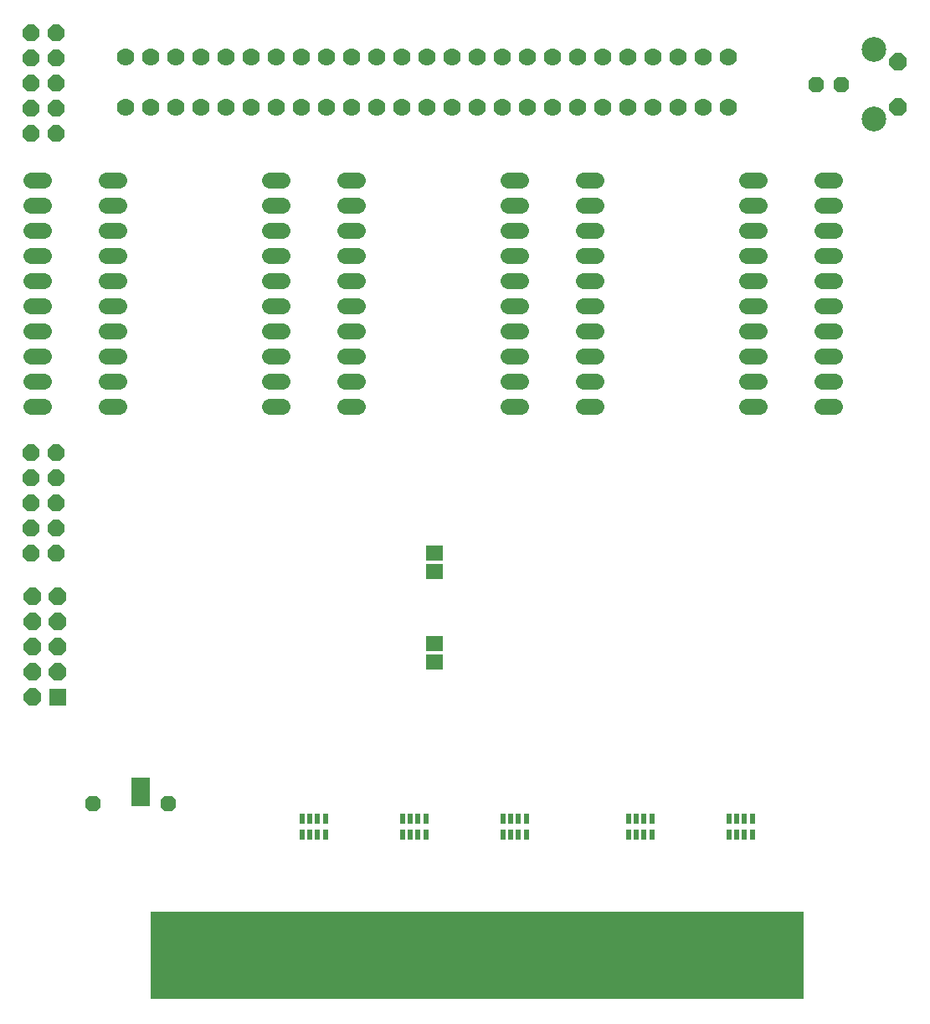
<source format=gts>
G75*
%MOIN*%
%OFA0B0*%
%FSLAX25Y25*%
%IPPOS*%
%LPD*%
%AMOC8*
5,1,8,0,0,1.08239X$1,22.5*
%
%ADD10R,0.06000X0.05000*%
%ADD11C,0.07000*%
%ADD12C,0.06200*%
%ADD13R,2.60000X0.35000*%
%ADD14OC8,0.06600*%
%ADD15OC8,0.06200*%
%ADD16R,0.07300X0.05600*%
%ADD17R,0.07200X0.00600*%
%ADD18R,0.07000X0.07000*%
%ADD19OC8,0.07000*%
%ADD20R,0.02362X0.03937*%
%ADD21R,0.06906X0.06118*%
%ADD22C,0.09850*%
D10*
X0199591Y0139500D03*
X0199591Y0146500D03*
X0199591Y0175500D03*
X0199591Y0182500D03*
D11*
X0196591Y0360031D03*
X0206591Y0360031D03*
X0216591Y0360031D03*
X0226591Y0360031D03*
X0236591Y0360031D03*
X0246591Y0360031D03*
X0256591Y0360031D03*
X0266591Y0360031D03*
X0276591Y0360031D03*
X0286591Y0360031D03*
X0296591Y0360031D03*
X0306591Y0360031D03*
X0316591Y0360031D03*
X0316591Y0380031D03*
X0306591Y0380031D03*
X0296591Y0380031D03*
X0286591Y0380031D03*
X0276591Y0380031D03*
X0266591Y0380031D03*
X0256591Y0380031D03*
X0246591Y0380031D03*
X0236591Y0380031D03*
X0226591Y0380031D03*
X0216591Y0380031D03*
X0206591Y0380031D03*
X0196591Y0380031D03*
X0186591Y0380031D03*
X0176591Y0380031D03*
X0166591Y0380031D03*
X0156591Y0380031D03*
X0146591Y0380031D03*
X0136591Y0380031D03*
X0126591Y0380031D03*
X0116591Y0380031D03*
X0106591Y0380031D03*
X0096591Y0380031D03*
X0086591Y0380031D03*
X0076591Y0380031D03*
X0076591Y0360031D03*
X0086591Y0360031D03*
X0096591Y0360031D03*
X0106591Y0360031D03*
X0116591Y0360031D03*
X0126591Y0360031D03*
X0136591Y0360031D03*
X0146591Y0360031D03*
X0156591Y0360031D03*
X0166591Y0360031D03*
X0176591Y0360031D03*
X0186591Y0360031D03*
D12*
X0169191Y0331000D02*
X0163991Y0331000D01*
X0163991Y0321000D02*
X0169191Y0321000D01*
X0169191Y0311000D02*
X0163991Y0311000D01*
X0163991Y0301000D02*
X0169191Y0301000D01*
X0169191Y0291000D02*
X0163991Y0291000D01*
X0163991Y0281000D02*
X0169191Y0281000D01*
X0169191Y0271000D02*
X0163991Y0271000D01*
X0163991Y0261000D02*
X0169191Y0261000D01*
X0169191Y0251000D02*
X0163991Y0251000D01*
X0163991Y0241000D02*
X0169191Y0241000D01*
X0139191Y0241000D02*
X0133991Y0241000D01*
X0133991Y0251000D02*
X0139191Y0251000D01*
X0139191Y0261000D02*
X0133991Y0261000D01*
X0133991Y0271000D02*
X0139191Y0271000D01*
X0139191Y0281000D02*
X0133991Y0281000D01*
X0133991Y0291000D02*
X0139191Y0291000D01*
X0139191Y0301000D02*
X0133991Y0301000D01*
X0133991Y0311000D02*
X0139191Y0311000D01*
X0139191Y0321000D02*
X0133991Y0321000D01*
X0133991Y0331000D02*
X0139191Y0331000D01*
X0074191Y0331000D02*
X0068991Y0331000D01*
X0068991Y0321000D02*
X0074191Y0321000D01*
X0074191Y0311000D02*
X0068991Y0311000D01*
X0068991Y0301000D02*
X0074191Y0301000D01*
X0074191Y0291000D02*
X0068991Y0291000D01*
X0068991Y0281000D02*
X0074191Y0281000D01*
X0074191Y0271000D02*
X0068991Y0271000D01*
X0068991Y0261000D02*
X0074191Y0261000D01*
X0074191Y0251000D02*
X0068991Y0251000D01*
X0068991Y0241000D02*
X0074191Y0241000D01*
X0044191Y0241000D02*
X0038991Y0241000D01*
X0038991Y0251000D02*
X0044191Y0251000D01*
X0044191Y0261000D02*
X0038991Y0261000D01*
X0038991Y0271000D02*
X0044191Y0271000D01*
X0044191Y0281000D02*
X0038991Y0281000D01*
X0038991Y0291000D02*
X0044191Y0291000D01*
X0044191Y0301000D02*
X0038991Y0301000D01*
X0038991Y0311000D02*
X0044191Y0311000D01*
X0044191Y0321000D02*
X0038991Y0321000D01*
X0038991Y0331000D02*
X0044191Y0331000D01*
X0228991Y0331000D02*
X0234191Y0331000D01*
X0234191Y0321000D02*
X0228991Y0321000D01*
X0228991Y0311000D02*
X0234191Y0311000D01*
X0234191Y0301000D02*
X0228991Y0301000D01*
X0228991Y0291000D02*
X0234191Y0291000D01*
X0234191Y0281000D02*
X0228991Y0281000D01*
X0228991Y0271000D02*
X0234191Y0271000D01*
X0234191Y0261000D02*
X0228991Y0261000D01*
X0228991Y0251000D02*
X0234191Y0251000D01*
X0234191Y0241000D02*
X0228991Y0241000D01*
X0258991Y0241000D02*
X0264191Y0241000D01*
X0264191Y0251000D02*
X0258991Y0251000D01*
X0258991Y0261000D02*
X0264191Y0261000D01*
X0264191Y0271000D02*
X0258991Y0271000D01*
X0258991Y0281000D02*
X0264191Y0281000D01*
X0264191Y0291000D02*
X0258991Y0291000D01*
X0258991Y0301000D02*
X0264191Y0301000D01*
X0264191Y0311000D02*
X0258991Y0311000D01*
X0258991Y0321000D02*
X0264191Y0321000D01*
X0264191Y0331000D02*
X0258991Y0331000D01*
X0323991Y0331000D02*
X0329191Y0331000D01*
X0329191Y0321000D02*
X0323991Y0321000D01*
X0323991Y0311000D02*
X0329191Y0311000D01*
X0329191Y0301000D02*
X0323991Y0301000D01*
X0323991Y0291000D02*
X0329191Y0291000D01*
X0329191Y0281000D02*
X0323991Y0281000D01*
X0323991Y0271000D02*
X0329191Y0271000D01*
X0329191Y0261000D02*
X0323991Y0261000D01*
X0323991Y0251000D02*
X0329191Y0251000D01*
X0329191Y0241000D02*
X0323991Y0241000D01*
X0353991Y0241000D02*
X0359191Y0241000D01*
X0359191Y0251000D02*
X0353991Y0251000D01*
X0353991Y0261000D02*
X0359191Y0261000D01*
X0359191Y0271000D02*
X0353991Y0271000D01*
X0353991Y0281000D02*
X0359191Y0281000D01*
X0359191Y0291000D02*
X0353991Y0291000D01*
X0353991Y0301000D02*
X0359191Y0301000D01*
X0359191Y0311000D02*
X0353991Y0311000D01*
X0353991Y0321000D02*
X0359191Y0321000D01*
X0359191Y0331000D02*
X0353991Y0331000D01*
D13*
X0216591Y0022500D03*
D14*
X0049091Y0182500D03*
X0049091Y0192500D03*
X0049091Y0202500D03*
X0049091Y0212500D03*
X0049091Y0222500D03*
X0039091Y0222500D03*
X0039091Y0212500D03*
X0039091Y0202500D03*
X0039091Y0192500D03*
X0039091Y0182500D03*
X0039091Y0349500D03*
X0039091Y0359500D03*
X0049091Y0359500D03*
X0049091Y0349500D03*
X0049091Y0369500D03*
X0049091Y0379500D03*
X0049091Y0389500D03*
X0039091Y0389500D03*
X0039091Y0379500D03*
X0039091Y0369500D03*
D15*
X0063591Y0083000D03*
X0093591Y0083000D03*
X0351732Y0369000D03*
X0361732Y0369000D03*
D16*
X0082841Y0090500D03*
X0082841Y0084500D03*
D17*
X0082841Y0087500D03*
D18*
X0049819Y0125256D03*
D19*
X0049819Y0135256D03*
X0039819Y0135256D03*
X0039819Y0125256D03*
X0039819Y0145256D03*
X0039819Y0155256D03*
X0049819Y0155256D03*
X0049819Y0145256D03*
X0049819Y0165256D03*
X0039819Y0165256D03*
X0384491Y0360100D03*
X0384491Y0377900D03*
D20*
X0326315Y0076900D03*
X0323165Y0076900D03*
X0320016Y0076900D03*
X0316866Y0076900D03*
X0316866Y0070600D03*
X0320016Y0070600D03*
X0323165Y0070600D03*
X0326315Y0070600D03*
X0286315Y0070600D03*
X0283165Y0070600D03*
X0280016Y0070600D03*
X0276866Y0070600D03*
X0276866Y0076900D03*
X0280016Y0076900D03*
X0283165Y0076900D03*
X0286315Y0076900D03*
X0236315Y0076900D03*
X0233165Y0076900D03*
X0230016Y0076900D03*
X0226866Y0076900D03*
X0226866Y0070600D03*
X0230016Y0070600D03*
X0233165Y0070600D03*
X0236315Y0070600D03*
X0196315Y0070600D03*
X0193165Y0070600D03*
X0190016Y0070600D03*
X0186866Y0070600D03*
X0186866Y0076900D03*
X0190016Y0076900D03*
X0193165Y0076900D03*
X0196315Y0076900D03*
X0156315Y0076900D03*
X0153165Y0076900D03*
X0150016Y0076900D03*
X0146866Y0076900D03*
X0146866Y0070600D03*
X0150016Y0070600D03*
X0153165Y0070600D03*
X0156315Y0070600D03*
D21*
X0199591Y0139260D03*
X0199591Y0146740D03*
X0199591Y0175260D03*
X0199591Y0182740D03*
D22*
X0374691Y0355200D03*
X0374691Y0382800D03*
M02*

</source>
